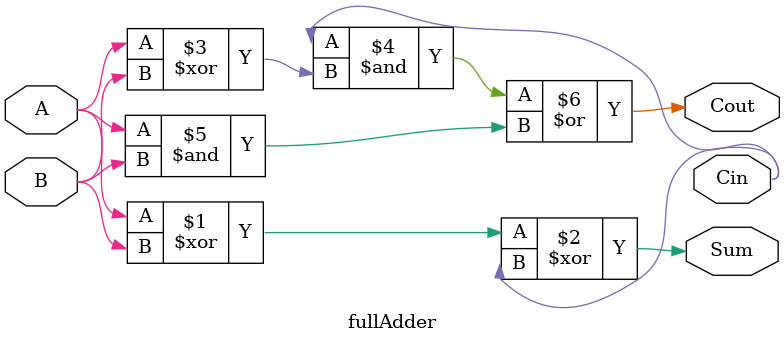
<source format=v>
module parallelAdder(
  input wire A_1,
  input wire B_1,
  input wire A_2,
  input wire B_2,
  input wire A_3,
  input wire B_3,
  input wire A_4,
  input wire B_4,
  input wire Cin,
  output wire Cout,
  output wire Sum_1,
  output wire Sum_2,
  output wire Sum_3,
  output wire Sum_4
);

  wire Cout1_2, Cout2_3, Cout3_4; 
  wire Cin1_2, Cin2_3;

  fullAdder FIRST(A_1, B_1, Sum_1, Cin, Cout1_2);
  fullAdder SECOND(A_2, B_2, Sum_2, Cout1_2, Cin2_3);
  fullAdder THIRD(A_3, B_3, Sum_3, Cin2_3, Cout3_4);
  fullAdder FOURTH(A_4, B_4, Sum_4, Cout3_4, Cout);

endmodule

module fullAdder(
  input A, 
  input B, 
  output Sum, 
  output Cin, 
  output Cout
);

  assign Sum = (A ^ B) ^ Cin;
  assign Cout = (Cin & (A ^ B)) | (A & B); 

endmodule


</source>
